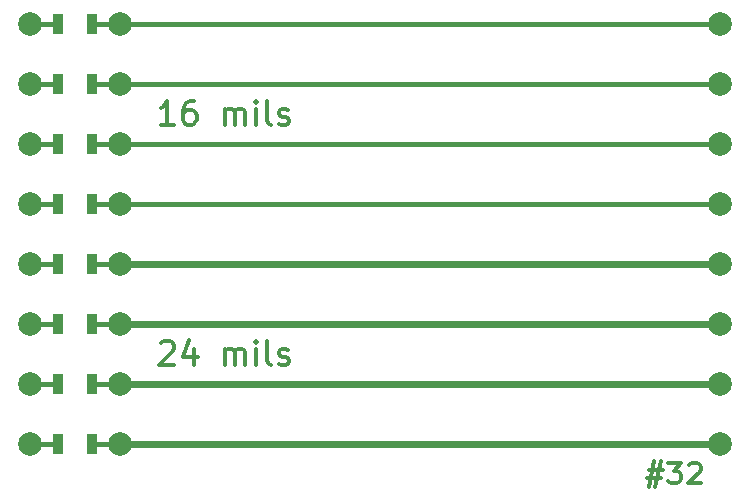
<source format=gtl>
G04 #@! TF.FileFunction,Copper,L1,Top,Signal*
%FSLAX46Y46*%
G04 Gerber Fmt 4.6, Leading zero omitted, Abs format (unit mm)*
G04 Created by KiCad (PCBNEW 4.0.6) date 04/04/19 14:00:35*
%MOMM*%
%LPD*%
G01*
G04 APERTURE LIST*
%ADD10C,0.100000*%
%ADD11C,0.300000*%
%ADD12C,2.000000*%
%ADD13R,0.900000X1.700000*%
%ADD14C,0.609600*%
%ADD15C,0.406400*%
G04 APERTURE END LIST*
D10*
D11*
X138970428Y-88503238D02*
X139065666Y-88408000D01*
X139256143Y-88312762D01*
X139732333Y-88312762D01*
X139922809Y-88408000D01*
X140018047Y-88503238D01*
X140113286Y-88693714D01*
X140113286Y-88884190D01*
X140018047Y-89169905D01*
X138875190Y-90312762D01*
X140113286Y-90312762D01*
X141827571Y-88979429D02*
X141827571Y-90312762D01*
X141351381Y-88217524D02*
X140875190Y-89646095D01*
X142113286Y-89646095D01*
X144399000Y-90312762D02*
X144399000Y-88979429D01*
X144399000Y-89169905D02*
X144494239Y-89074667D01*
X144684715Y-88979429D01*
X144970429Y-88979429D01*
X145160905Y-89074667D01*
X145256143Y-89265143D01*
X145256143Y-90312762D01*
X145256143Y-89265143D02*
X145351381Y-89074667D01*
X145541858Y-88979429D01*
X145827572Y-88979429D01*
X146018048Y-89074667D01*
X146113286Y-89265143D01*
X146113286Y-90312762D01*
X147065667Y-90312762D02*
X147065667Y-88979429D01*
X147065667Y-88312762D02*
X146970429Y-88408000D01*
X147065667Y-88503238D01*
X147160906Y-88408000D01*
X147065667Y-88312762D01*
X147065667Y-88503238D01*
X148303763Y-90312762D02*
X148113287Y-90217524D01*
X148018048Y-90027048D01*
X148018048Y-88312762D01*
X148970429Y-90217524D02*
X149160906Y-90312762D01*
X149541858Y-90312762D01*
X149732334Y-90217524D01*
X149827572Y-90027048D01*
X149827572Y-89931810D01*
X149732334Y-89741333D01*
X149541858Y-89646095D01*
X149256144Y-89646095D01*
X149065667Y-89550857D01*
X148970429Y-89360381D01*
X148970429Y-89265143D01*
X149065667Y-89074667D01*
X149256144Y-88979429D01*
X149541858Y-88979429D01*
X149732334Y-89074667D01*
X180290666Y-99193000D02*
X181540666Y-99193000D01*
X180790666Y-98443000D02*
X180290666Y-100693000D01*
X181374000Y-99943000D02*
X180124000Y-99943000D01*
X180874000Y-100693000D02*
X181374000Y-98443000D01*
X181957333Y-98609667D02*
X183040666Y-98609667D01*
X182457333Y-99276333D01*
X182707333Y-99276333D01*
X182874000Y-99359667D01*
X182957333Y-99443000D01*
X183040666Y-99609667D01*
X183040666Y-100026333D01*
X182957333Y-100193000D01*
X182874000Y-100276333D01*
X182707333Y-100359667D01*
X182207333Y-100359667D01*
X182040666Y-100276333D01*
X181957333Y-100193000D01*
X183707333Y-98776333D02*
X183790667Y-98693000D01*
X183957333Y-98609667D01*
X184374000Y-98609667D01*
X184540667Y-98693000D01*
X184624000Y-98776333D01*
X184707333Y-98943000D01*
X184707333Y-99109667D01*
X184624000Y-99359667D01*
X183624000Y-100359667D01*
X184707333Y-100359667D01*
X140113286Y-69992762D02*
X138970428Y-69992762D01*
X139541857Y-69992762D02*
X139541857Y-67992762D01*
X139351381Y-68278476D01*
X139160905Y-68468952D01*
X138970428Y-68564190D01*
X141827571Y-67992762D02*
X141446619Y-67992762D01*
X141256143Y-68088000D01*
X141160905Y-68183238D01*
X140970428Y-68468952D01*
X140875190Y-68849905D01*
X140875190Y-69611810D01*
X140970428Y-69802286D01*
X141065667Y-69897524D01*
X141256143Y-69992762D01*
X141637095Y-69992762D01*
X141827571Y-69897524D01*
X141922809Y-69802286D01*
X142018048Y-69611810D01*
X142018048Y-69135619D01*
X141922809Y-68945143D01*
X141827571Y-68849905D01*
X141637095Y-68754667D01*
X141256143Y-68754667D01*
X141065667Y-68849905D01*
X140970428Y-68945143D01*
X140875190Y-69135619D01*
X144399000Y-69992762D02*
X144399000Y-68659429D01*
X144399000Y-68849905D02*
X144494239Y-68754667D01*
X144684715Y-68659429D01*
X144970429Y-68659429D01*
X145160905Y-68754667D01*
X145256143Y-68945143D01*
X145256143Y-69992762D01*
X145256143Y-68945143D02*
X145351381Y-68754667D01*
X145541858Y-68659429D01*
X145827572Y-68659429D01*
X146018048Y-68754667D01*
X146113286Y-68945143D01*
X146113286Y-69992762D01*
X147065667Y-69992762D02*
X147065667Y-68659429D01*
X147065667Y-67992762D02*
X146970429Y-68088000D01*
X147065667Y-68183238D01*
X147160906Y-68088000D01*
X147065667Y-67992762D01*
X147065667Y-68183238D01*
X148303763Y-69992762D02*
X148113287Y-69897524D01*
X148018048Y-69707048D01*
X148018048Y-67992762D01*
X148970429Y-69897524D02*
X149160906Y-69992762D01*
X149541858Y-69992762D01*
X149732334Y-69897524D01*
X149827572Y-69707048D01*
X149827572Y-69611810D01*
X149732334Y-69421333D01*
X149541858Y-69326095D01*
X149256144Y-69326095D01*
X149065667Y-69230857D01*
X148970429Y-69040381D01*
X148970429Y-68945143D01*
X149065667Y-68754667D01*
X149256144Y-68659429D01*
X149541858Y-68659429D01*
X149732334Y-68754667D01*
D12*
X127889000Y-61468000D03*
X127889000Y-66548000D03*
X127889000Y-71628000D03*
X127889000Y-76708000D03*
X127889000Y-81788000D03*
X127889000Y-86868000D03*
X127889000Y-91948000D03*
X127889000Y-97028000D03*
D13*
X130249000Y-97028000D03*
X133149000Y-97028000D03*
X130249000Y-91948000D03*
X133149000Y-91948000D03*
X130249000Y-86868000D03*
X133149000Y-86868000D03*
X130249000Y-81788000D03*
X133149000Y-81788000D03*
X130249000Y-76708000D03*
X133149000Y-76708000D03*
X130249000Y-71628000D03*
X133149000Y-71628000D03*
X130249000Y-66548000D03*
X133149000Y-66548000D03*
D12*
X186309000Y-86868000D03*
X186309000Y-81788000D03*
X135509000Y-86868000D03*
X135509000Y-81788000D03*
X186309000Y-61468000D03*
X135509000Y-61468000D03*
X186309000Y-66548000D03*
X135509000Y-66548000D03*
X186309000Y-71628000D03*
X186309000Y-76708000D03*
X186309000Y-91948000D03*
X135509000Y-71628000D03*
X135509000Y-76708000D03*
X135509000Y-91948000D03*
X186309000Y-97028000D03*
X135509000Y-97028000D03*
D13*
X130249000Y-61468000D03*
X133149000Y-61468000D03*
D14*
X135509000Y-97028000D02*
X186309000Y-97028000D01*
X135509000Y-91948000D02*
X186309000Y-91948000D01*
X135509000Y-86868000D02*
X186309000Y-86868000D01*
X135509000Y-81788000D02*
X186309000Y-81788000D01*
D15*
X135509000Y-66548000D02*
X186309000Y-66548000D01*
X135509000Y-61468000D02*
X186309000Y-61468000D01*
X133149000Y-61468000D02*
X135509000Y-61468000D01*
X133149000Y-66548000D02*
X135509000Y-66548000D01*
X133149000Y-81788000D02*
X135509000Y-81788000D01*
X133149000Y-86868000D02*
X135509000Y-86868000D01*
X133149000Y-91948000D02*
X135509000Y-91948000D01*
X133149000Y-97028000D02*
X135509000Y-97028000D01*
X127889000Y-97028000D02*
X130249000Y-97028000D01*
X127889000Y-91948000D02*
X130249000Y-91948000D01*
X127889000Y-86868000D02*
X130249000Y-86868000D01*
X127889000Y-81788000D02*
X130249000Y-81788000D01*
X127889000Y-66548000D02*
X130249000Y-66548000D01*
X127889000Y-61468000D02*
X130249000Y-61468000D01*
X133149000Y-76708000D02*
X135509000Y-76708000D01*
X127889000Y-76708000D02*
X130249000Y-76708000D01*
X133149000Y-71628000D02*
X135509000Y-71628000D01*
X127889000Y-71628000D02*
X130249000Y-71628000D01*
X135509000Y-76708000D02*
X186309000Y-76708000D01*
X135509000Y-71628000D02*
X186309000Y-71628000D01*
M02*

</source>
